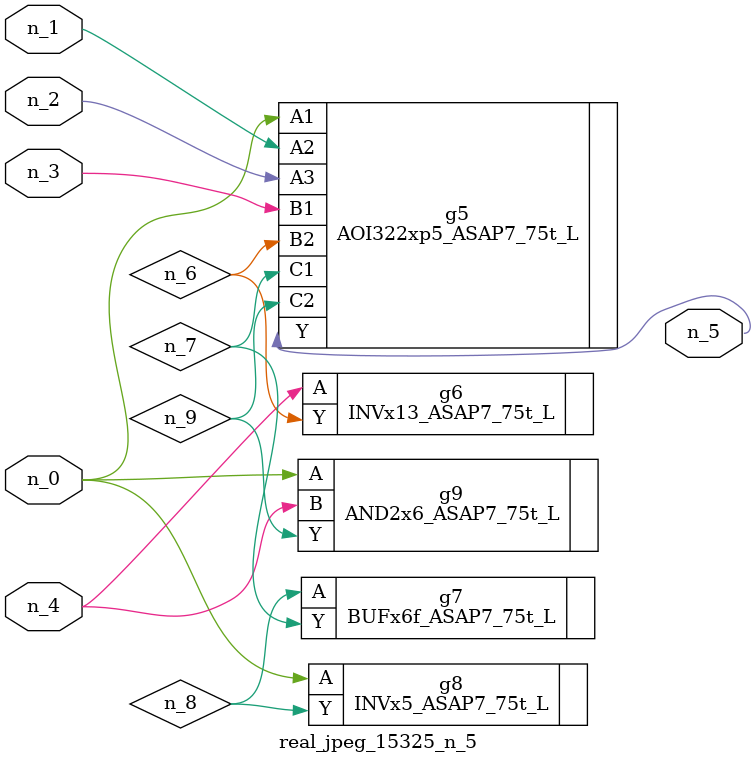
<source format=v>
module real_jpeg_15325_n_5 (n_4, n_0, n_1, n_2, n_3, n_5);

input n_4;
input n_0;
input n_1;
input n_2;
input n_3;

output n_5;

wire n_8;
wire n_6;
wire n_7;
wire n_9;

AOI322xp5_ASAP7_75t_L g5 ( 
.A1(n_0),
.A2(n_1),
.A3(n_2),
.B1(n_3),
.B2(n_6),
.C1(n_7),
.C2(n_9),
.Y(n_5)
);

INVx5_ASAP7_75t_L g8 ( 
.A(n_0),
.Y(n_8)
);

AND2x6_ASAP7_75t_L g9 ( 
.A(n_0),
.B(n_4),
.Y(n_9)
);

INVx13_ASAP7_75t_L g6 ( 
.A(n_4),
.Y(n_6)
);

BUFx6f_ASAP7_75t_L g7 ( 
.A(n_8),
.Y(n_7)
);


endmodule
</source>
